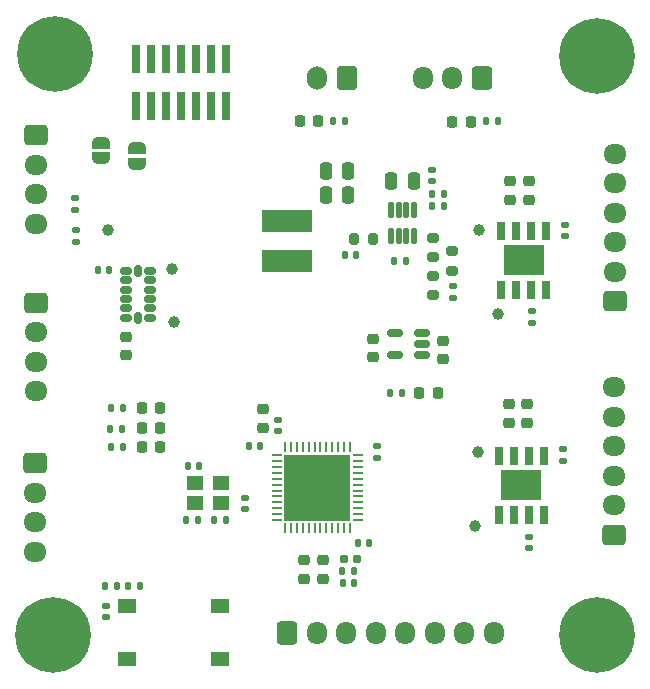
<source format=gbr>
%TF.GenerationSoftware,KiCad,Pcbnew,8.0.5*%
%TF.CreationDate,2024-10-22T21:03:55+02:00*%
%TF.ProjectId,ESE_AL8,4553455f-414c-4382-9e6b-696361645f70,rev?*%
%TF.SameCoordinates,Original*%
%TF.FileFunction,Soldermask,Top*%
%TF.FilePolarity,Negative*%
%FSLAX46Y46*%
G04 Gerber Fmt 4.6, Leading zero omitted, Abs format (unit mm)*
G04 Created by KiCad (PCBNEW 8.0.5) date 2024-10-22 21:03:55*
%MOMM*%
%LPD*%
G01*
G04 APERTURE LIST*
G04 Aperture macros list*
%AMRoundRect*
0 Rectangle with rounded corners*
0 $1 Rounding radius*
0 $2 $3 $4 $5 $6 $7 $8 $9 X,Y pos of 4 corners*
0 Add a 4 corners polygon primitive as box body*
4,1,4,$2,$3,$4,$5,$6,$7,$8,$9,$2,$3,0*
0 Add four circle primitives for the rounded corners*
1,1,$1+$1,$2,$3*
1,1,$1+$1,$4,$5*
1,1,$1+$1,$6,$7*
1,1,$1+$1,$8,$9*
0 Add four rect primitives between the rounded corners*
20,1,$1+$1,$2,$3,$4,$5,0*
20,1,$1+$1,$4,$5,$6,$7,0*
20,1,$1+$1,$6,$7,$8,$9,0*
20,1,$1+$1,$8,$9,$2,$3,0*%
%AMFreePoly0*
4,1,19,0.500000,-0.750000,0.000000,-0.750000,0.000000,-0.744911,-0.071157,-0.744911,-0.207708,-0.704816,-0.327430,-0.627875,-0.420627,-0.520320,-0.479746,-0.390866,-0.500000,-0.250000,-0.500000,0.250000,-0.479746,0.390866,-0.420627,0.520320,-0.327430,0.627875,-0.207708,0.704816,-0.071157,0.744911,0.000000,0.744911,0.000000,0.750000,0.500000,0.750000,0.500000,-0.750000,0.500000,-0.750000,
$1*%
%AMFreePoly1*
4,1,19,0.000000,0.744911,0.071157,0.744911,0.207708,0.704816,0.327430,0.627875,0.420627,0.520320,0.479746,0.390866,0.500000,0.250000,0.500000,-0.250000,0.479746,-0.390866,0.420627,-0.520320,0.327430,-0.627875,0.207708,-0.704816,0.071157,-0.744911,0.000000,-0.744911,0.000000,-0.750000,-0.500000,-0.750000,-0.500000,0.750000,0.000000,0.750000,0.000000,0.744911,0.000000,0.744911,
$1*%
G04 Aperture macros list end*
%ADD10FreePoly0,270.000000*%
%ADD11FreePoly1,270.000000*%
%ADD12RoundRect,0.135000X-0.135000X-0.185000X0.135000X-0.185000X0.135000X0.185000X-0.135000X0.185000X0*%
%ADD13RoundRect,0.218750X-0.218750X-0.256250X0.218750X-0.256250X0.218750X0.256250X-0.218750X0.256250X0*%
%ADD14C,0.800000*%
%ADD15C,6.400000*%
%ADD16R,1.400000X1.200000*%
%ADD17RoundRect,0.125000X-0.125000X0.537500X-0.125000X-0.537500X0.125000X-0.537500X0.125000X0.537500X0*%
%ADD18R,4.191000X1.841500*%
%ADD19R,1.550000X1.300000*%
%ADD20RoundRect,0.140000X-0.140000X-0.170000X0.140000X-0.170000X0.140000X0.170000X-0.140000X0.170000X0*%
%ADD21RoundRect,0.150000X0.512500X0.150000X-0.512500X0.150000X-0.512500X-0.150000X0.512500X-0.150000X0*%
%ADD22RoundRect,0.140000X0.140000X0.170000X-0.140000X0.170000X-0.140000X-0.170000X0.140000X-0.170000X0*%
%ADD23RoundRect,0.225000X-0.250000X0.225000X-0.250000X-0.225000X0.250000X-0.225000X0.250000X0.225000X0*%
%ADD24RoundRect,0.135000X0.135000X0.185000X-0.135000X0.185000X-0.135000X-0.185000X0.135000X-0.185000X0*%
%ADD25RoundRect,0.135000X-0.185000X0.135000X-0.185000X-0.135000X0.185000X-0.135000X0.185000X0.135000X0*%
%ADD26C,1.000000*%
%ADD27RoundRect,0.140000X0.170000X-0.140000X0.170000X0.140000X-0.170000X0.140000X-0.170000X-0.140000X0*%
%ADD28RoundRect,0.218750X0.218750X0.256250X-0.218750X0.256250X-0.218750X-0.256250X0.218750X-0.256250X0*%
%ADD29RoundRect,0.250000X-0.250000X-0.475000X0.250000X-0.475000X0.250000X0.475000X-0.250000X0.475000X0*%
%ADD30RoundRect,0.140000X-0.170000X0.140000X-0.170000X-0.140000X0.170000X-0.140000X0.170000X0.140000X0*%
%ADD31RoundRect,0.200000X0.200000X0.275000X-0.200000X0.275000X-0.200000X-0.275000X0.200000X-0.275000X0*%
%ADD32RoundRect,0.250000X0.725000X-0.600000X0.725000X0.600000X-0.725000X0.600000X-0.725000X-0.600000X0*%
%ADD33O,1.950000X1.700000*%
%ADD34RoundRect,0.250000X-0.725000X0.600000X-0.725000X-0.600000X0.725000X-0.600000X0.725000X0.600000X0*%
%ADD35RoundRect,0.150000X-0.325000X-0.150000X0.325000X-0.150000X0.325000X0.150000X-0.325000X0.150000X0*%
%ADD36RoundRect,0.150000X-0.150000X-0.325000X0.150000X-0.325000X0.150000X0.325000X-0.150000X0.325000X0*%
%ADD37RoundRect,0.225000X0.250000X-0.225000X0.250000X0.225000X-0.250000X0.225000X-0.250000X-0.225000X0*%
%ADD38RoundRect,0.250000X0.600000X0.725000X-0.600000X0.725000X-0.600000X-0.725000X0.600000X-0.725000X0*%
%ADD39O,1.700000X1.950000*%
%ADD40R,0.802000X1.505000*%
%ADD41R,3.502000X2.613000*%
%ADD42RoundRect,0.200000X-0.275000X0.200000X-0.275000X-0.200000X0.275000X-0.200000X0.275000X0.200000X0*%
%ADD43RoundRect,0.155000X-0.212500X-0.155000X0.212500X-0.155000X0.212500X0.155000X-0.212500X0.155000X0*%
%ADD44RoundRect,0.250000X0.250000X0.475000X-0.250000X0.475000X-0.250000X-0.475000X0.250000X-0.475000X0*%
%ADD45RoundRect,0.135000X0.185000X-0.135000X0.185000X0.135000X-0.185000X0.135000X-0.185000X-0.135000X0*%
%ADD46RoundRect,0.250000X-0.600000X-0.725000X0.600000X-0.725000X0.600000X0.725000X-0.600000X0.725000X0*%
%ADD47RoundRect,0.200000X0.275000X-0.200000X0.275000X0.200000X-0.275000X0.200000X-0.275000X-0.200000X0*%
%ADD48RoundRect,0.250000X0.600000X0.750000X-0.600000X0.750000X-0.600000X-0.750000X0.600000X-0.750000X0*%
%ADD49O,1.700000X2.000000*%
%ADD50R,0.740000X2.400000*%
%ADD51RoundRect,0.062500X-0.375000X-0.062500X0.375000X-0.062500X0.375000X0.062500X-0.375000X0.062500X0*%
%ADD52RoundRect,0.062500X-0.062500X-0.375000X0.062500X-0.375000X0.062500X0.375000X-0.062500X0.375000X0*%
%ADD53R,5.600000X5.600000*%
G04 APERTURE END LIST*
D10*
%TO.C,JP2*%
X141090000Y-77810000D03*
D11*
X141090000Y-79110000D03*
%TD*%
D10*
%TO.C,JP1*%
X138050000Y-77320000D03*
D11*
X138050000Y-78620000D03*
%TD*%
D12*
%TO.C,R16*%
X138360000Y-114880000D03*
X139380000Y-114880000D03*
%TD*%
D13*
%TO.C,D3*%
X141470000Y-101480000D03*
X143045000Y-101480000D03*
%TD*%
D14*
%TO.C,H4*%
X131600000Y-119000000D03*
X132302944Y-117302944D03*
X132302944Y-120697056D03*
X134000000Y-116600000D03*
D15*
X134000000Y-119000000D03*
D14*
X134000000Y-121400000D03*
X135697056Y-117302944D03*
X135697056Y-120697056D03*
X136400000Y-119000000D03*
%TD*%
D16*
%TO.C,Y1*%
X148207500Y-106160000D03*
X146007500Y-106160000D03*
X146007500Y-107860000D03*
X148207500Y-107860000D03*
%TD*%
D17*
%TO.C,IC1*%
X164550000Y-83000000D03*
X163900000Y-83000000D03*
X163250000Y-83000000D03*
X162600000Y-83000000D03*
X162600000Y-85275000D03*
X163250000Y-85275000D03*
X163900000Y-85275000D03*
X164550000Y-85275000D03*
%TD*%
D18*
%TO.C,L1*%
X153770000Y-87312750D03*
X153770000Y-83947250D03*
%TD*%
D19*
%TO.C,SW1*%
X140200000Y-116540000D03*
X148150000Y-116540000D03*
X140200000Y-121040000D03*
X148150000Y-121040000D03*
%TD*%
D20*
%TO.C,C12*%
X145390000Y-104740000D03*
X146350000Y-104740000D03*
%TD*%
D12*
%TO.C,R10*%
X147600000Y-109260000D03*
X148620000Y-109260000D03*
%TD*%
D21*
%TO.C,U2*%
X165217500Y-95337500D03*
X165217500Y-94387500D03*
X165217500Y-93437500D03*
X162942500Y-93437500D03*
X162942500Y-95337500D03*
%TD*%
D22*
%TO.C,C14*%
X151500000Y-102977500D03*
X150540000Y-102977500D03*
%TD*%
D13*
%TO.C,D2*%
X141470000Y-99790000D03*
X143045000Y-99790000D03*
%TD*%
D22*
%TO.C,C2*%
X138720000Y-88090000D03*
X137760000Y-88090000D03*
%TD*%
%TO.C,C5*%
X163850000Y-87330000D03*
X162890000Y-87330000D03*
%TD*%
D23*
%TO.C,C15*%
X155250000Y-112700000D03*
X155250000Y-114250000D03*
%TD*%
D24*
%TO.C,R13*%
X139945000Y-103110000D03*
X138925000Y-103110000D03*
%TD*%
D25*
%TO.C,R1*%
X135880000Y-82002500D03*
X135880000Y-83022500D03*
%TD*%
D26*
%TO.C,TP6*%
X170020000Y-84720000D03*
%TD*%
D12*
%TO.C,R4*%
X166100000Y-81640000D03*
X167120000Y-81640000D03*
%TD*%
D14*
%TO.C,H3*%
X177600000Y-119000000D03*
X178302944Y-117302944D03*
X178302944Y-120697056D03*
X180000000Y-116600000D03*
D15*
X180000000Y-119000000D03*
D14*
X180000000Y-121400000D03*
X181697056Y-117302944D03*
X181697056Y-120697056D03*
X182400000Y-119000000D03*
%TD*%
D26*
%TO.C,TP4*%
X169990000Y-103520000D03*
%TD*%
D27*
%TO.C,C21*%
X161430000Y-103990000D03*
X161430000Y-103030000D03*
%TD*%
D24*
%TO.C,R12*%
X139855000Y-101540000D03*
X138835000Y-101540000D03*
%TD*%
D28*
%TO.C,D1*%
X156450000Y-75510000D03*
X154875000Y-75510000D03*
%TD*%
D29*
%TO.C,C9*%
X157087500Y-81787500D03*
X158987500Y-81787500D03*
%TD*%
D30*
%TO.C,C20*%
X150250000Y-107420000D03*
X150250000Y-108380000D03*
%TD*%
D31*
%TO.C,R6*%
X161075000Y-85500000D03*
X159425000Y-85500000D03*
%TD*%
D30*
%TO.C,C7*%
X167830000Y-89490000D03*
X167830000Y-90450000D03*
%TD*%
D32*
%TO.C,J4*%
X181540000Y-90770000D03*
D33*
X181540000Y-88270000D03*
X181540000Y-85770000D03*
X181540000Y-83270000D03*
X181540000Y-80770000D03*
X181540000Y-78270000D03*
%TD*%
D26*
%TO.C,TP7*%
X171660000Y-91880000D03*
%TD*%
D34*
%TO.C,J1*%
X132530000Y-90880000D03*
D33*
X132530000Y-93380000D03*
X132530000Y-95880000D03*
X132530000Y-98380000D03*
%TD*%
D30*
%TO.C,C201*%
X138470000Y-116540000D03*
X138470000Y-117500000D03*
%TD*%
D29*
%TO.C,C8*%
X157087500Y-79737500D03*
X158987500Y-79737500D03*
%TD*%
D32*
%TO.C,J5*%
X181440000Y-110520000D03*
D33*
X181440000Y-108020000D03*
X181440000Y-105520000D03*
X181440000Y-103020000D03*
X181440000Y-100520000D03*
X181440000Y-98020000D03*
%TD*%
D35*
%TO.C,U1*%
X140150000Y-88170000D03*
X140150000Y-88970000D03*
X140150000Y-89770000D03*
X140150000Y-90570000D03*
X140150000Y-91370000D03*
X140150000Y-92170000D03*
D36*
X141150000Y-92170000D03*
D35*
X142150000Y-92170000D03*
X142150000Y-91370000D03*
X142150000Y-90570000D03*
X142150000Y-89770000D03*
X142150000Y-88970000D03*
X142150000Y-88170000D03*
D36*
X141150000Y-88170000D03*
%TD*%
D37*
%TO.C,C28*%
X174100000Y-101050000D03*
X174100000Y-99500000D03*
%TD*%
D13*
%TO.C,D5*%
X164992500Y-98550000D03*
X166567500Y-98550000D03*
%TD*%
D38*
%TO.C,SW2*%
X170290000Y-71830000D03*
D39*
X167790000Y-71830000D03*
X165290000Y-71830000D03*
%TD*%
D40*
%TO.C,U4*%
X175517500Y-103822500D03*
X174247500Y-103822500D03*
X172977500Y-103822500D03*
X171707500Y-103822500D03*
X171707500Y-108817500D03*
X172977500Y-108817500D03*
X174247500Y-108817500D03*
X175517500Y-108817500D03*
D41*
X173612500Y-106320000D03*
%TD*%
D22*
%TO.C,C16*%
X146225000Y-109260000D03*
X145265000Y-109260000D03*
%TD*%
D42*
%TO.C,R7*%
X166120000Y-85390000D03*
X166120000Y-87040000D03*
%TD*%
D12*
%TO.C,R3*%
X157690000Y-75480000D03*
X158710000Y-75480000D03*
%TD*%
D43*
%TO.C,L2*%
X158575000Y-112580000D03*
X159710000Y-112580000D03*
%TD*%
D20*
%TO.C,C18*%
X158500000Y-114580000D03*
X159460000Y-114580000D03*
%TD*%
D37*
%TO.C,C29*%
X172570000Y-101030000D03*
X172570000Y-99480000D03*
%TD*%
D26*
%TO.C,TP1*%
X138600000Y-84700000D03*
%TD*%
D24*
%TO.C,R14*%
X163565000Y-98570000D03*
X162545000Y-98570000D03*
%TD*%
D12*
%TO.C,R15*%
X170620000Y-75520000D03*
X171640000Y-75520000D03*
%TD*%
D23*
%TO.C,C30*%
X174300000Y-80600000D03*
X174300000Y-82150000D03*
%TD*%
D44*
%TO.C,C3*%
X164510000Y-80570000D03*
X162610000Y-80570000D03*
%TD*%
D37*
%TO.C,C11*%
X161100000Y-95515000D03*
X161100000Y-93965000D03*
%TD*%
D30*
%TO.C,C24*%
X174250000Y-110700000D03*
X174250000Y-111660000D03*
%TD*%
D23*
%TO.C,C31*%
X172670000Y-80620000D03*
X172670000Y-82170000D03*
%TD*%
D20*
%TO.C,C19*%
X159810000Y-111220000D03*
X160770000Y-111220000D03*
%TD*%
D26*
%TO.C,TP5*%
X169670000Y-109780000D03*
%TD*%
D34*
%TO.C,J8*%
X132500000Y-76710000D03*
D33*
X132500000Y-79210000D03*
X132500000Y-81710000D03*
X132500000Y-84210000D03*
%TD*%
D40*
%TO.C,U5*%
X175730000Y-84775000D03*
X174460000Y-84775000D03*
X173190000Y-84775000D03*
X171920000Y-84775000D03*
X171920000Y-89770000D03*
X173190000Y-89770000D03*
X174460000Y-89770000D03*
X175730000Y-89770000D03*
D41*
X173825000Y-87272500D03*
%TD*%
D27*
%TO.C,C4*%
X166080000Y-80610000D03*
X166080000Y-79650000D03*
%TD*%
%TO.C,C25*%
X177140000Y-104250000D03*
X177140000Y-103290000D03*
%TD*%
D28*
%TO.C,D6*%
X169327500Y-75560000D03*
X167752500Y-75560000D03*
%TD*%
D13*
%TO.C,D4*%
X141490000Y-103110000D03*
X143065000Y-103110000D03*
%TD*%
D27*
%TO.C,C27*%
X177330000Y-85250000D03*
X177330000Y-84290000D03*
%TD*%
D37*
%TO.C,C13*%
X151750000Y-101450000D03*
X151750000Y-99900000D03*
%TD*%
D45*
%TO.C,R2*%
X135920000Y-85750000D03*
X135920000Y-84730000D03*
%TD*%
D24*
%TO.C,R5*%
X167090000Y-82700000D03*
X166070000Y-82700000D03*
%TD*%
D26*
%TO.C,TP3*%
X144200000Y-92500000D03*
%TD*%
D34*
%TO.C,J2*%
X132490000Y-104490000D03*
D33*
X132490000Y-106990000D03*
X132490000Y-109490000D03*
X132490000Y-111990000D03*
%TD*%
D46*
%TO.C,J3*%
X153810000Y-118890000D03*
D39*
X156310000Y-118890000D03*
X158810000Y-118890000D03*
X161310000Y-118890000D03*
X163810000Y-118890000D03*
X166310000Y-118890000D03*
X168810000Y-118890000D03*
X171310000Y-118890000D03*
%TD*%
D23*
%TO.C,C23*%
X156850000Y-112700000D03*
X156850000Y-114250000D03*
%TD*%
D47*
%TO.C,R8*%
X167770000Y-88160000D03*
X167770000Y-86510000D03*
%TD*%
D14*
%TO.C,H2*%
X177600000Y-70000000D03*
X178302944Y-68302944D03*
X178302944Y-71697056D03*
X180000000Y-67600000D03*
D15*
X180000000Y-70000000D03*
D14*
X180000000Y-72400000D03*
X181697056Y-68302944D03*
X181697056Y-71697056D03*
X182400000Y-70000000D03*
%TD*%
D48*
%TO.C,J6*%
X158860000Y-71840000D03*
D49*
X156360000Y-71840000D03*
%TD*%
D50*
%TO.C,J7*%
X148620000Y-70290000D03*
X148620000Y-74190000D03*
X147350000Y-70290000D03*
X147350000Y-74190000D03*
X146080000Y-70290000D03*
X146080000Y-74190000D03*
X144810000Y-70290000D03*
X144810000Y-74190000D03*
X143540000Y-70290000D03*
X143540000Y-74190000D03*
X142270000Y-70290000D03*
X142270000Y-74190000D03*
X141000000Y-70290000D03*
X141000000Y-74190000D03*
%TD*%
D24*
%TO.C,R11*%
X139925000Y-99810000D03*
X138905000Y-99810000D03*
%TD*%
D30*
%TO.C,C26*%
X174500000Y-91620000D03*
X174500000Y-92580000D03*
%TD*%
D23*
%TO.C,C1*%
X140140000Y-93750000D03*
X140140000Y-95300000D03*
%TD*%
D27*
%TO.C,C17*%
X153020000Y-101737500D03*
X153020000Y-100777500D03*
%TD*%
D24*
%TO.C,R17*%
X141320000Y-114880000D03*
X140300000Y-114880000D03*
%TD*%
D37*
%TO.C,C10*%
X167020000Y-95655000D03*
X167020000Y-94105000D03*
%TD*%
D51*
%TO.C,U3*%
X152932500Y-103790000D03*
X152932500Y-104290000D03*
X152932500Y-104790000D03*
X152932500Y-105290000D03*
X152932500Y-105790000D03*
X152932500Y-106290000D03*
X152932500Y-106790000D03*
X152932500Y-107290000D03*
X152932500Y-107790000D03*
X152932500Y-108290000D03*
X152932500Y-108790000D03*
X152932500Y-109290000D03*
D52*
X153620000Y-109977500D03*
X154120000Y-109977500D03*
X154620000Y-109977500D03*
X155120000Y-109977500D03*
X155620000Y-109977500D03*
X156120000Y-109977500D03*
X156620000Y-109977500D03*
X157120000Y-109977500D03*
X157620000Y-109977500D03*
X158120000Y-109977500D03*
X158620000Y-109977500D03*
X159120000Y-109977500D03*
D51*
X159807500Y-109290000D03*
X159807500Y-108790000D03*
X159807500Y-108290000D03*
X159807500Y-107790000D03*
X159807500Y-107290000D03*
X159807500Y-106790000D03*
X159807500Y-106290000D03*
X159807500Y-105790000D03*
X159807500Y-105290000D03*
X159807500Y-104790000D03*
X159807500Y-104290000D03*
X159807500Y-103790000D03*
D52*
X159120000Y-103102500D03*
X158620000Y-103102500D03*
X158120000Y-103102500D03*
X157620000Y-103102500D03*
X157120000Y-103102500D03*
X156620000Y-103102500D03*
X156120000Y-103102500D03*
X155620000Y-103102500D03*
X155120000Y-103102500D03*
X154620000Y-103102500D03*
X154120000Y-103102500D03*
X153620000Y-103102500D03*
D53*
X156370000Y-106540000D03*
%TD*%
D14*
%TO.C,H1*%
X131740000Y-69840000D03*
X132442944Y-68142944D03*
X132442944Y-71537056D03*
X134140000Y-67440000D03*
D15*
X134140000Y-69840000D03*
D14*
X134140000Y-72240000D03*
X135837056Y-68142944D03*
X135837056Y-71537056D03*
X136540000Y-69840000D03*
%TD*%
D26*
%TO.C,TP2*%
X144040000Y-88040000D03*
%TD*%
D22*
%TO.C,C6*%
X159630000Y-86840000D03*
X158670000Y-86840000D03*
%TD*%
D20*
%TO.C,C22*%
X158480000Y-113580000D03*
X159440000Y-113580000D03*
%TD*%
D42*
%TO.C,R9*%
X166190000Y-88590000D03*
X166190000Y-90240000D03*
%TD*%
M02*

</source>
